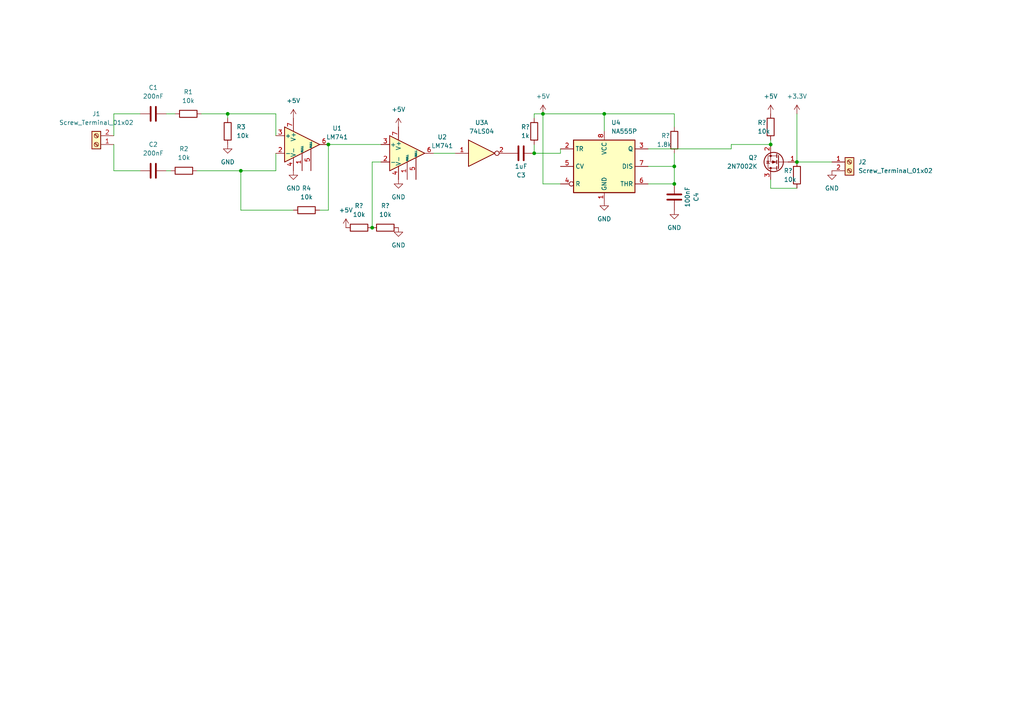
<source format=kicad_sch>
(kicad_sch (version 20211123) (generator eeschema)
  (paper "A4")
  (lib_symbols
    (symbol "74xx:74LS04"
      (property "Reference" "U" (at 0 1.27 0))
      (property "Value" "74LS04" (at 0 -1.27 0))
      (symbol "74LS04_1_0"
        (polyline (pts (xy -3.81 3.81) (xy -3.81 -3.81) (xy 3.81 0) (xy -3.81 3.81)) (stroke (width 0.254)) (fill (type background)))
        (pin input line (at -7.62 0 0) (length 3.81) (name "~") (number "1"))
        (pin output inverted (at 7.62 0 180) (length 3.81) (name "~") (number "2"))
      )
      (symbol "74LS04_2_0"
        (polyline (pts (xy -3.81 3.81) (xy -3.81 -3.81) (xy 3.81 0) (xy -3.81 3.81)) (stroke (width 0.254)) (fill (type background)))
        (pin input line (at -7.62 0 0) (length 3.81) (name "~") (number "3"))
        (pin output inverted (at 7.62 0 180) (length 3.81) (name "~") (number "4"))
      )
      (symbol "74LS04_3_0"
        (polyline (pts (xy -3.81 3.81) (xy -3.81 -3.81) (xy 3.81 0) (xy -3.81 3.81)) (stroke (width 0.254)) (fill (type background)))
        (pin input line (at -7.62 0 0) (length 3.81) (name "~") (number "5"))
        (pin output inverted (at 7.62 0 180) (length 3.81) (name "~") (number "6"))
      )
      (symbol "74LS04_4_0"
        (polyline (pts (xy -3.81 3.81) (xy -3.81 -3.81) (xy 3.81 0) (xy -3.81 3.81)) (stroke (width 0.254)) (fill (type background)))
        (pin output inverted (at 7.62 0 180) (length 3.81) (name "~") (number "8"))
        (pin input line (at -7.62 0 0) (length 3.81) (name "~") (number "9"))
      )
      (symbol "74LS04_5_0"
        (polyline (pts (xy -3.81 3.81) (xy -3.81 -3.81) (xy 3.81 0) (xy -3.81 3.81)) (stroke (width 0.254)) (fill (type background)))
        (pin output inverted (at 7.62 0 180) (length 3.81) (name "~") (number "10"))
        (pin input line (at -7.62 0 0) (length 3.81) (name "~") (number "11"))
      )
      (symbol "74LS04_6_0"
        (polyline (pts (xy -3.81 3.81) (xy -3.81 -3.81) (xy 3.81 0) (xy -3.81 3.81)) (stroke (width 0.254)) (fill (type background)))
        (pin output inverted (at 7.62 0 180) (length 3.81) (name "~") (number "12"))
        (pin input line (at -7.62 0 0) (length 3.81) (name "~") (number "13"))
      )
      (symbol "74LS04_7_0"
        (pin power_in line (at 0 12.7 270) (length 5.08) (name "VCC") (number "14"))
        (pin power_in line (at 0 -12.7 90) (length 5.08) (name "GND") (number "7"))
      )
      (symbol "74LS04_7_1"
        (rectangle (start -5.08 7.62) (end 5.08 -7.62) (stroke (width 0.254)) (fill (type background)))
      )
    )
    (symbol "Amplifier_Operational:LM741" (pin_names (offset 0.127))
      (property "Reference" "U" (at 0 6.35 0))
      (property "Value" "LM741" (at 0 3.81 0))
      (symbol "LM741_0_1"
        (polyline (pts (xy -5.08 5.08) (xy 5.08 0) (xy -5.08 -5.08) (xy -5.08 5.08)) (stroke (width 0.254)) (fill (type background)))
      )
      (symbol "LM741_1_1"
        (pin input line (at 0 -7.62 90) (length 5.08) (name "NULL") (number "1"))
        (pin input line (at -7.62 -2.54 0) (length 2.54) (name "-") (number "2"))
        (pin input line (at -7.62 2.54 0) (length 2.54) (name "+") (number "3"))
        (pin power_in line (at -2.54 -7.62 90) (length 3.81) (name "V-") (number "4"))
        (pin input line (at 2.54 -7.62 90) (length 6.35) (name "NULL") (number "5"))
        (pin output line (at 7.62 0 180) (length 2.54) (name "~") (number "6"))
        (pin power_in line (at -2.54 7.62 270) (length 3.81) (name "V+") (number "7"))
        (pin no_connect line (at 0 2.54 270) (length 2.54) hide (name "NC") (number "8"))
      )
    )
    (symbol "Connector:Screw_Terminal_01x02" (pin_names (offset 1.016) hide)
      (property "Reference" "J" (at 0 2.54 0))
      (property "Value" "Screw_Terminal_01x02" (at 0 -5.08 0))
      (symbol "Screw_Terminal_01x02_1_1"
        (rectangle (start -1.27 1.27) (end 1.27 -3.81) (stroke (width 0.254)) (fill (type background)))
        (circle (center 0 -2.54) (radius 0.635) (stroke (width 0.1524)))
        (polyline (pts (xy -0.5334 -2.2098) (xy 0.3302 -3.048)) (stroke (width 0.1524)))
        (polyline (pts (xy -0.5334 0.3302) (xy 0.3302 -0.508)) (stroke (width 0.1524)))
        (polyline (pts (xy -0.3556 -2.032) (xy 0.508 -2.8702)) (stroke (width 0.1524)))
        (polyline (pts (xy -0.3556 0.508) (xy 0.508 -0.3302)) (stroke (width 0.1524)))
        (circle (center 0 0) (radius 0.635) (stroke (width 0.1524)))
        (pin passive line (at -5.08 0 0) (length 3.81) (name "Pin_1") (number "1"))
        (pin passive line (at -5.08 -2.54 0) (length 3.81) (name "Pin_2") (number "2"))
      )
    )
    (symbol "Device:C" (pin_numbers hide) (pin_names (offset 0.254))
      (property "Reference" "C" (at 0.635 2.54 0))
      (property "Value" "C" (at 0.635 -2.54 0))
      (symbol "C_0_1"
        (polyline (pts (xy -2.032 -0.762) (xy 2.032 -0.762)) (stroke (width 0.508)))
        (polyline (pts (xy -2.032 0.762) (xy 2.032 0.762)) (stroke (width 0.508)))
      )
      (symbol "C_1_1"
        (pin passive line (at 0 3.81 270) (length 2.794) (name "~") (number "1"))
        (pin passive line (at 0 -3.81 90) (length 2.794) (name "~") (number "2"))
      )
    )
    (symbol "Device:R" (pin_numbers hide) (pin_names (offset 0))
      (property "Reference" "R" (at 2.032 0 90))
      (property "Value" "R" (at 0 0 90))
      (symbol "R_0_1"
        (rectangle (start -1.016 -2.54) (end 1.016 2.54) (stroke (width 0.254)))
      )
      (symbol "R_1_1"
        (pin passive line (at 0 3.81 270) (length 1.27) (name "~") (number "1"))
        (pin passive line (at 0 -3.81 90) (length 1.27) (name "~") (number "2"))
      )
    )
    (symbol "Timer:NA555P"
      (property "Reference" "U" (at -10.16 8.89 0))
      (property "Value" "NA555P" (at 2.54 8.89 0))
      (symbol "NA555P_0_0"
        (pin power_in line (at 0 -10.16 90) (length 2.54) (name "GND") (number "1"))
        (pin power_in line (at 0 10.16 270) (length 2.54) (name "VCC") (number "8"))
      )
      (symbol "NA555P_0_1"
        (rectangle (start -8.89 -7.62) (end 8.89 7.62) (stroke (width 0.254)) (fill (type background)))
        (rectangle (start -8.89 -7.62) (end 8.89 7.62) (stroke (width 0.254)) (fill (type background)))
      )
      (symbol "NA555P_1_1"
        (pin input line (at -12.7 5.08 0) (length 3.81) (name "TR") (number "2"))
        (pin output line (at 12.7 5.08 180) (length 3.81) (name "Q") (number "3"))
        (pin input inverted (at -12.7 -5.08 0) (length 3.81) (name "R") (number "4"))
        (pin input line (at -12.7 0 0) (length 3.81) (name "CV") (number "5"))
        (pin input line (at 12.7 -5.08 180) (length 3.81) (name "THR") (number "6"))
        (pin input line (at 12.7 0 180) (length 3.81) (name "DIS") (number "7"))
      )
    )
    (symbol "Transistor_FET:2N7002K" (pin_names hide)
      (property "Reference" "Q" (at 5.08 1.905 0))
      (property "Value" "2N7002K" (at 5.08 0 0))
      (symbol "2N7002K_0_1"
        (polyline (pts (xy 0.254 0) (xy -2.54 0)))
        (polyline (pts (xy 0.254 1.905) (xy 0.254 -1.905)) (stroke (width 0.254)))
        (polyline (pts (xy 0.762 -1.27) (xy 0.762 -2.286)) (stroke (width 0.254)))
        (polyline (pts (xy 0.762 0.508) (xy 0.762 -0.508)) (stroke (width 0.254)))
        (polyline (pts (xy 0.762 2.286) (xy 0.762 1.27)) (stroke (width 0.254)))
        (polyline (pts (xy 2.54 2.54) (xy 2.54 1.778)))
        (polyline (pts (xy 2.54 -2.54) (xy 2.54 0) (xy 0.762 0)))
        (polyline (pts (xy 0.762 -1.778) (xy 3.302 -1.778) (xy 3.302 1.778) (xy 0.762 1.778)))
        (polyline (pts (xy 1.016 0) (xy 2.032 0.381) (xy 2.032 -0.381) (xy 1.016 0)) (fill (type outline)))
        (polyline (pts (xy 2.794 0.508) (xy 2.921 0.381) (xy 3.683 0.381) (xy 3.81 0.254)))
        (polyline (pts (xy 3.302 0.381) (xy 2.921 -0.254) (xy 3.683 -0.254) (xy 3.302 0.381)))
        (circle (center 1.651 0) (radius 2.794) (stroke (width 0.254)))
        (circle (center 2.54 -1.778) (radius 0.254) (fill (type outline)))
        (circle (center 2.54 1.778) (radius 0.254) (fill (type outline)))
      )
      (symbol "2N7002K_1_1"
        (pin input line (at -5.08 0 0) (length 2.54) (name "G") (number "1"))
        (pin passive line (at 2.54 -5.08 90) (length 2.54) (name "S") (number "2"))
        (pin passive line (at 2.54 5.08 270) (length 2.54) (name "D") (number "3"))
      )
    )
    (symbol "power:+3.3V" (power) (pin_names (offset 0))
      (property "Value" "+3.3V" (at 0 3.556 0))
      (symbol "+3.3V_0_1"
        (polyline (pts (xy -0.762 1.27) (xy 0 2.54)))
        (polyline (pts (xy 0 0) (xy 0 2.54)))
        (polyline (pts (xy 0 2.54) (xy 0.762 1.27)))
      )
      (symbol "+3.3V_1_1"
        (pin power_in line (at 0 0 90) (length 0) hide (name "+3.3V") (number "1"))
      )
    )
    (symbol "power:+5V" (power) (pin_names (offset 0))
      (property "Value" "+5V" (at 0 3.556 0))
      (symbol "+5V_0_1"
        (polyline (pts (xy -0.762 1.27) (xy 0 2.54)))
        (polyline (pts (xy 0 0) (xy 0 2.54)))
        (polyline (pts (xy 0 2.54) (xy 0.762 1.27)))
      )
      (symbol "+5V_1_1"
        (pin power_in line (at 0 0 90) (length 0) hide (name "+5V") (number "1"))
      )
    )
    (symbol "power:GND" (power) (pin_names (offset 0))
      (property "Value" "GND" (at 0 -3.81 0))
      (symbol "GND_0_1"
        (polyline (pts (xy 0 0) (xy 0 -1.27) (xy 1.27 -1.27) (xy 0 -2.54) (xy -1.27 -1.27) (xy 0 -1.27)))
      )
      (symbol "GND_1_1"
        (pin power_in line (at 0 0 270) (length 0) hide (name "GND") (number "1"))
      )
    )
  )
  (junction (at 223.52 41.91))
  (junction (at 69.85 49.53))
  (junction (at 154.94 44.45))
  (junction (at 157.48 33.02))
  (junction (at 231.14 46.99))
  (junction (at 195.58 53.34))
  (junction (at 107.95 66.04))
  (junction (at 66.04 33.02))
  (junction (at 175.26 33.02))
  (junction (at 195.58 48.26))
  (junction (at 95.25 41.91))
  (wire (pts (xy 69.85 49.53) (xy 57.15 49.53)))
  (wire (pts (xy 125.73 44.45) (xy 132.08 44.45)))
  (wire (pts (xy 157.48 53.34) (xy 157.48 33.02)))
  (wire (pts (xy 107.95 46.99) (xy 110.49 46.99)))
  (wire (pts (xy 66.04 33.02) (xy 66.04 34.29)))
  (wire (pts (xy 157.48 33.02) (xy 154.94 33.02)))
  (wire (pts (xy 231.14 54.61) (xy 223.52 54.61)))
  (wire (pts (xy 95.25 41.91) (xy 110.49 41.91)))
  (wire (pts (xy 223.52 54.61) (xy 223.52 52.07)))
  (wire (pts (xy 212.09 41.91) (xy 223.52 41.91)))
  (wire (pts (xy 33.02 33.02) (xy 40.64 33.02)))
  (wire (pts (xy 195.58 48.26) (xy 187.96 48.26)))
  (wire (pts (xy 80.01 33.02) (xy 80.01 39.37)))
  (wire (pts (xy 66.04 33.02) (xy 80.01 33.02)))
  (wire (pts (xy 231.14 33.02) (xy 231.14 46.99)))
  (wire (pts (xy 33.02 41.91) (xy 33.02 49.53)))
  (wire (pts (xy 223.52 40.64) (xy 223.52 41.91)))
  (wire (pts (xy 95.25 60.96) (xy 95.25 41.91)))
  (wire (pts (xy 48.26 33.02) (xy 50.8 33.02)))
  (wire (pts (xy 175.26 33.02) (xy 195.58 33.02)))
  (wire (pts (xy 80.01 49.53) (xy 69.85 49.53)))
  (wire (pts (xy 195.58 33.02) (xy 195.58 36.83)))
  (wire (pts (xy 154.94 33.02) (xy 154.94 34.29)))
  (wire (pts (xy 162.56 53.34) (xy 157.48 53.34)))
  (wire (pts (xy 212.09 43.18) (xy 212.09 41.91)))
  (wire (pts (xy 58.42 33.02) (xy 66.04 33.02)))
  (wire (pts (xy 154.94 41.91) (xy 154.94 44.45)))
  (wire (pts (xy 231.14 46.99) (xy 241.3 46.99)))
  (wire (pts (xy 80.01 44.45) (xy 80.01 49.53)))
  (wire (pts (xy 162.56 44.45) (xy 162.56 43.18)))
  (wire (pts (xy 48.26 49.53) (xy 49.53 49.53)))
  (wire (pts (xy 175.26 33.02) (xy 175.26 38.1)))
  (wire (pts (xy 85.09 60.96) (xy 69.85 60.96)))
  (wire (pts (xy 154.94 44.45) (xy 162.56 44.45)))
  (wire (pts (xy 157.48 33.02) (xy 175.26 33.02)))
  (wire (pts (xy 195.58 53.34) (xy 187.96 53.34)))
  (wire (pts (xy 69.85 60.96) (xy 69.85 49.53)))
  (wire (pts (xy 195.58 48.26) (xy 195.58 53.34)))
  (wire (pts (xy 107.95 66.04) (xy 107.95 46.99)))
  (wire (pts (xy 195.58 44.45) (xy 195.58 48.26)))
  (wire (pts (xy 33.02 49.53) (xy 40.64 49.53)))
  (wire (pts (xy 92.71 60.96) (xy 95.25 60.96)))
  (wire (pts (xy 33.02 39.37) (xy 33.02 33.02)))
  (wire (pts (xy 187.96 43.18) (xy 212.09 43.18)))
  (symbol (lib_id "Device:R") (at 111.76 66.04 270) (unit 1)
    (property "Reference" "R?" (at 111.76 59.69 90))
    (property "Value" "10k" (at 111.76 62.23 90))
  )
  (symbol (lib_id "Connector:Screw_Terminal_01x02") (at 27.94 41.91 180) (unit 1)
    (property "Reference" "J1" (at 27.94 33.02 0))
    (property "Value" "Screw_Terminal_01x02" (at 27.94 35.56 0))
  )
  (symbol (lib_id "power:+5V") (at 85.09 34.29 0) (unit 1)
    (property "Reference" "#PWR?" (effects hide))
    (property "Value" "+5V" (at 85.09 29.21 0))
  )
  (symbol (lib_id "power:GND") (at 66.04 41.91 0) (unit 1)
    (property "Reference" "#PWR?" (effects hide))
    (property "Value" "GND" (at 66.04 46.99 0))
  )
  (symbol (lib_id "Device:C") (at 151.13 44.45 90) (unit 1)
    (property "Reference" "C3" (at 151.13 50.8 90))
    (property "Value" "1uF" (at 151.13 48.26 90))
  )
  (symbol (lib_id "power:+5V") (at 157.48 33.02 0) (unit 1)
    (property "Reference" "#PWR?" (effects hide))
    (property "Value" "+5V" (at 157.48 27.94 0))
  )
  (symbol (lib_id "74xx:74LS04") (at 139.7 44.45 0) (unit 1)
    (property "Reference" "U3" (at 139.7 35.56 0))
    (property "Value" "74LS04" (at 139.7 38.1 0))
    (property "Datasheet" "http://www.ti.com/lit/gpn/sn74LS04" (effects hide))
  )
  (symbol (lib_id "power:GND") (at 195.58 60.96 0) (unit 1)
    (property "Reference" "#PWR?" (effects hide))
    (property "Value" "GND" (at 195.58 66.04 0))
  )
  (symbol (lib_id "Device:R") (at 195.58 40.64 0) (unit 1)
    (property "Reference" "R?" (at 191.77 39.37 0) (effects (justify left)))
    (property "Value" "1.8k" (at 190.5 41.91 0) (effects (justify left)))
  )
  (symbol (lib_id "Device:R") (at 53.34 49.53 270) (unit 1)
    (property "Reference" "R2" (at 53.34 43.18 90))
    (property "Value" "10k" (at 53.34 45.72 90))
  )
  (symbol (lib_id "power:GND") (at 85.09 49.53 0) (unit 1)
    (property "Reference" "#PWR?" (effects hide))
    (property "Value" "GND" (at 85.09 54.61 0))
  )
  (symbol (lib_id "Connector:Screw_Terminal_01x02") (at 246.38 46.99 0) (unit 1)
    (property "Reference" "J2" (at 248.92 46.9899 0) (effects (justify left)))
    (property "Value" "Screw_Terminal_01x02" (at 248.92 49.5299 0) (effects (justify left)))
  )
  (symbol (lib_id "Amplifier_Operational:LM741") (at 118.11 44.45 0) (unit 1)
    (property "Reference" "U2" (at 128.27 39.751 0))
    (property "Value" "LM741" (at 128.27 42.291 0))
    (property "Datasheet" "http://www.ti.com/lit/ds/symlink/lm741.pdf" (effects hide))
  )
  (symbol (lib_id "power:+3.3V") (at 231.14 33.02 0) (unit 1)
    (property "Reference" "#PWR?" (effects hide))
    (property "Value" "+3.3V" (at 231.14 27.94 0))
  )
  (symbol (lib_id "power:+5V") (at 100.33 66.04 0) (unit 1)
    (property "Reference" "#PWR?" (effects hide))
    (property "Value" "+5V" (at 100.33 60.96 0))
  )
  (symbol (lib_id "Device:C") (at 195.58 57.15 180) (unit 1)
    (property "Reference" "C4" (at 201.93 57.15 90))
    (property "Value" "100nF" (at 199.39 57.15 90))
  )
  (symbol (lib_id "Device:R") (at 88.9 60.96 270) (unit 1)
    (property "Reference" "R4" (at 88.9 54.61 90))
    (property "Value" "10k" (at 88.9 57.15 90))
  )
  (symbol (lib_id "power:GND") (at 241.3 49.53 0) (unit 1)
    (property "Reference" "#PWR?" (effects hide))
    (property "Value" "GND" (at 241.3 54.61 0))
  )
  (symbol (lib_id "power:+5V") (at 223.52 33.02 0) (unit 1)
    (property "Reference" "#PWR?" (effects hide))
    (property "Value" "+5V" (at 223.52 27.94 0))
  )
  (symbol (lib_id "Device:R") (at 104.14 66.04 270) (unit 1)
    (property "Reference" "R?" (at 104.14 59.69 90))
    (property "Value" "10k" (at 104.14 62.23 90))
  )
  (symbol (lib_id "Device:R") (at 54.61 33.02 270) (unit 1)
    (property "Reference" "R1" (at 54.61 26.67 90))
    (property "Value" "10k" (at 54.61 29.21 90))
  )
  (symbol (lib_id "Amplifier_Operational:LM741") (at 87.63 41.91 0) (unit 1)
    (property "Reference" "U1" (at 97.79 37.211 0))
    (property "Value" "LM741" (at 97.79 39.751 0))
    (property "Datasheet" "http://www.ti.com/lit/ds/symlink/lm741.pdf" (effects hide))
  )
  (symbol (lib_id "Timer:NA555P") (at 175.26 48.26 0) (unit 1)
    (property "Reference" "U4" (at 177.2794 35.56 0) (effects (justify left)))
    (property "Value" "NA555P" (at 177.2794 38.1 0) (effects (justify left)))
    (property "Footprint" "Package_DIP:DIP-8_W7.62mm" (effects hide))
    (property "Datasheet" "http://www.ti.com/lit/ds/symlink/ne555.pdf" (effects hide))
  )
  (symbol (lib_id "power:+5V") (at 115.57 36.83 0) (unit 1)
    (property "Reference" "#PWR?" (effects hide))
    (property "Value" "+5V" (at 115.57 31.75 0))
  )
  (symbol (lib_id "Device:C") (at 44.45 33.02 90) (unit 1)
    (property "Reference" "C1" (at 44.45 25.4 90))
    (property "Value" "200nF" (at 44.45 27.94 90))
  )
  (symbol (lib_id "power:GND") (at 115.57 52.07 0) (unit 1)
    (property "Reference" "#PWR?" (effects hide))
    (property "Value" "GND" (at 115.57 57.15 0))
  )
  (symbol (lib_id "power:GND") (at 175.26 58.42 0) (unit 1)
    (property "Reference" "#PWR?" (effects hide))
    (property "Value" "GND" (at 175.26 63.5 0))
  )
  (symbol (lib_id "Device:C") (at 44.45 49.53 270) (unit 1)
    (property "Reference" "C2" (at 44.45 41.91 90))
    (property "Value" "200nF" (at 44.45 44.45 90))
  )
  (symbol (lib_id "Device:R") (at 223.52 36.83 0) (unit 1)
    (property "Reference" "R?" (at 219.71 35.56 0) (effects (justify left)))
    (property "Value" "10k" (at 219.71 38.1 0) (effects (justify left)))
  )
  (symbol (lib_id "Device:R") (at 66.04 38.1 0) (unit 1)
    (property "Reference" "R3" (at 68.58 36.8299 0) (effects (justify left)))
    (property "Value" "10k" (at 68.58 39.3699 0) (effects (justify left)))
  )
  (symbol (lib_id "Device:R") (at 154.94 38.1 0) (unit 1)
    (property "Reference" "R?" (at 151.13 36.83 0) (effects (justify left)))
    (property "Value" "1k" (at 151.13 39.37 0) (effects (justify left)))
  )
  (symbol (lib_id "power:GND") (at 115.57 66.04 0) (unit 1)
    (property "Reference" "#PWR?" (effects hide))
    (property "Value" "GND" (at 115.57 71.12 0))
  )
  (symbol (lib_id "Device:R") (at 231.14 50.8 0) (unit 1)
    (property "Reference" "R?" (at 227.33 49.53 0) (effects (justify left)))
    (property "Value" "10k" (at 227.33 52.07 0) (effects (justify left)))
  )
  (symbol (lib_id "Transistor_FET:2N7002K") (at 226.06 46.99 180) (unit 1)
    (property "Reference" "Q?" (at 219.71 45.7199 0) (effects (justify left)))
    (property "Value" "2N7002K" (at 219.71 48.2599 0) (effects (justify left)))
    (property "Footprint" "Package_TO_SOT_SMD:SOT-23" (effects hide))
    (property "Datasheet" "https://www.diodes.com/assets/Datasheets/ds30896.pdf" (effects hide))
  )
)
</source>
